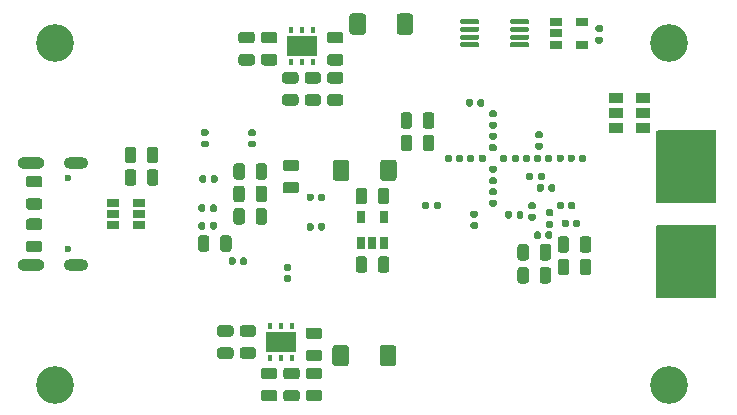
<source format=gbr>
G04 #@! TF.GenerationSoftware,KiCad,Pcbnew,(5.99.0-2267-g4486b0b6d)*
G04 #@! TF.CreationDate,2020-07-12T23:07:07+02:00*
G04 #@! TF.ProjectId,TDR,5444522e-6b69-4636-9164-5f7063625858,A*
G04 #@! TF.SameCoordinates,Original*
G04 #@! TF.FileFunction,Soldermask,Bot*
G04 #@! TF.FilePolarity,Negative*
%FSLAX46Y46*%
G04 Gerber Fmt 4.6, Leading zero omitted, Abs format (unit mm)*
G04 Created by KiCad (PCBNEW (5.99.0-2267-g4486b0b6d)) date 2020-07-12 23:07:07*
%MOMM*%
%LPD*%
G01*
G04 APERTURE LIST*
%ADD10R,0.650000X1.060000*%
%ADD11O,2.100000X1.000000*%
%ADD12C,0.600000*%
%ADD13O,2.300000X1.000000*%
%ADD14R,1.290000X0.890000*%
%ADD15R,1.060000X0.650000*%
%ADD16R,2.600000X1.700000*%
%ADD17R,0.450000X0.630000*%
%ADD18C,3.200000*%
G04 APERTURE END LIST*
D10*
X138805000Y-81785000D03*
X136905000Y-81785000D03*
X136905000Y-83985000D03*
X137855000Y-83985000D03*
X138805000Y-83985000D03*
G36*
G01*
X137405000Y-79528750D02*
X137405000Y-80441250D01*
G75*
G02*
X137161250Y-80685000I-243750J0D01*
G01*
X136673750Y-80685000D01*
G75*
G02*
X136430000Y-80441250I0J243750D01*
G01*
X136430000Y-79528750D01*
G75*
G02*
X136673750Y-79285000I243750J0D01*
G01*
X137161250Y-79285000D01*
G75*
G02*
X137405000Y-79528750I0J-243750D01*
G01*
G37*
G36*
G01*
X139280000Y-79528750D02*
X139280000Y-80441250D01*
G75*
G02*
X139036250Y-80685000I-243750J0D01*
G01*
X138548750Y-80685000D01*
G75*
G02*
X138305000Y-80441250I0J243750D01*
G01*
X138305000Y-79528750D01*
G75*
G02*
X138548750Y-79285000I243750J0D01*
G01*
X139036250Y-79285000D01*
G75*
G02*
X139280000Y-79528750I0J-243750D01*
G01*
G37*
G36*
G01*
X137405000Y-85328750D02*
X137405000Y-86241250D01*
G75*
G02*
X137161250Y-86485000I-243750J0D01*
G01*
X136673750Y-86485000D01*
G75*
G02*
X136430000Y-86241250I0J243750D01*
G01*
X136430000Y-85328750D01*
G75*
G02*
X136673750Y-85085000I243750J0D01*
G01*
X137161250Y-85085000D01*
G75*
G02*
X137405000Y-85328750I0J-243750D01*
G01*
G37*
G36*
G01*
X139280000Y-85328750D02*
X139280000Y-86241250D01*
G75*
G02*
X139036250Y-86485000I-243750J0D01*
G01*
X138548750Y-86485000D01*
G75*
G02*
X138305000Y-86241250I0J243750D01*
G01*
X138305000Y-85328750D01*
G75*
G02*
X138548750Y-85085000I243750J0D01*
G01*
X139036250Y-85085000D01*
G75*
G02*
X139280000Y-85328750I0J-243750D01*
G01*
G37*
G36*
G01*
X146745000Y-72257500D02*
X146745000Y-71912500D01*
G75*
G02*
X146892500Y-71765000I147500J0D01*
G01*
X147187500Y-71765000D01*
G75*
G02*
X147335000Y-71912500I0J-147500D01*
G01*
X147335000Y-72257500D01*
G75*
G02*
X147187500Y-72405000I-147500J0D01*
G01*
X146892500Y-72405000D01*
G75*
G02*
X146745000Y-72257500I0J147500D01*
G01*
G37*
G36*
G01*
X145775000Y-72257500D02*
X145775000Y-71912500D01*
G75*
G02*
X145922500Y-71765000I147500J0D01*
G01*
X146217500Y-71765000D01*
G75*
G02*
X146365000Y-71912500I0J-147500D01*
G01*
X146365000Y-72257500D01*
G75*
G02*
X146217500Y-72405000I-147500J0D01*
G01*
X145922500Y-72405000D01*
G75*
G02*
X145775000Y-72257500I0J147500D01*
G01*
G37*
G36*
X166850000Y-82400001D02*
G01*
X166908779Y-82419099D01*
X166950000Y-82500001D01*
X166949999Y-88500000D01*
X166930901Y-88558779D01*
X166849999Y-88600000D01*
X162000000Y-88599999D01*
X161941221Y-88580901D01*
X161900000Y-88499999D01*
X161900001Y-82500000D01*
X161919099Y-82441221D01*
X162000001Y-82400000D01*
X166850000Y-82400001D01*
G37*
G36*
X166850000Y-74400001D02*
G01*
X166908779Y-74419099D01*
X166950000Y-74500001D01*
X166949999Y-80500000D01*
X166930901Y-80558779D01*
X166849999Y-80600000D01*
X162000000Y-80599999D01*
X161941221Y-80580901D01*
X161900000Y-80499999D01*
X161900001Y-74500000D01*
X161919099Y-74441221D01*
X162000001Y-74400000D01*
X166850000Y-74400001D01*
G37*
G36*
G01*
X157227500Y-66095000D02*
X156882500Y-66095000D01*
G75*
G02*
X156735000Y-65947500I0J147500D01*
G01*
X156735000Y-65652500D01*
G75*
G02*
X156882500Y-65505000I147500J0D01*
G01*
X157227500Y-65505000D01*
G75*
G02*
X157375000Y-65652500I0J-147500D01*
G01*
X157375000Y-65947500D01*
G75*
G02*
X157227500Y-66095000I-147500J0D01*
G01*
G37*
G36*
G01*
X157227500Y-67065000D02*
X156882500Y-67065000D01*
G75*
G02*
X156735000Y-66917500I0J147500D01*
G01*
X156735000Y-66622500D01*
G75*
G02*
X156882500Y-66475000I147500J0D01*
G01*
X157227500Y-66475000D01*
G75*
G02*
X157375000Y-66622500I0J-147500D01*
G01*
X157375000Y-66917500D01*
G75*
G02*
X157227500Y-67065000I-147500J0D01*
G01*
G37*
G36*
G01*
X151182500Y-81475000D02*
X151527500Y-81475000D01*
G75*
G02*
X151675000Y-81622500I0J-147500D01*
G01*
X151675000Y-81917500D01*
G75*
G02*
X151527500Y-82065000I-147500J0D01*
G01*
X151182500Y-82065000D01*
G75*
G02*
X151035000Y-81917500I0J147500D01*
G01*
X151035000Y-81622500D01*
G75*
G02*
X151182500Y-81475000I147500J0D01*
G01*
G37*
G36*
G01*
X151182500Y-80505000D02*
X151527500Y-80505000D01*
G75*
G02*
X151675000Y-80652500I0J-147500D01*
G01*
X151675000Y-80947500D01*
G75*
G02*
X151527500Y-81095000I-147500J0D01*
G01*
X151182500Y-81095000D01*
G75*
G02*
X151035000Y-80947500I0J147500D01*
G01*
X151035000Y-80652500D01*
G75*
G02*
X151182500Y-80505000I147500J0D01*
G01*
G37*
G36*
G01*
X146282500Y-82175000D02*
X146627500Y-82175000D01*
G75*
G02*
X146775000Y-82322500I0J-147500D01*
G01*
X146775000Y-82617500D01*
G75*
G02*
X146627500Y-82765000I-147500J0D01*
G01*
X146282500Y-82765000D01*
G75*
G02*
X146135000Y-82617500I0J147500D01*
G01*
X146135000Y-82322500D01*
G75*
G02*
X146282500Y-82175000I147500J0D01*
G01*
G37*
G36*
G01*
X146282500Y-81205000D02*
X146627500Y-81205000D01*
G75*
G02*
X146775000Y-81352500I0J-147500D01*
G01*
X146775000Y-81647500D01*
G75*
G02*
X146627500Y-81795000I-147500J0D01*
G01*
X146282500Y-81795000D01*
G75*
G02*
X146135000Y-81647500I0J147500D01*
G01*
X146135000Y-81352500D01*
G75*
G02*
X146282500Y-81205000I147500J0D01*
G01*
G37*
G36*
G01*
X153445000Y-76957500D02*
X153445000Y-76612500D01*
G75*
G02*
X153592500Y-76465000I147500J0D01*
G01*
X153887500Y-76465000D01*
G75*
G02*
X154035000Y-76612500I0J-147500D01*
G01*
X154035000Y-76957500D01*
G75*
G02*
X153887500Y-77105000I-147500J0D01*
G01*
X153592500Y-77105000D01*
G75*
G02*
X153445000Y-76957500I0J147500D01*
G01*
G37*
G36*
G01*
X152475000Y-76957500D02*
X152475000Y-76612500D01*
G75*
G02*
X152622500Y-76465000I147500J0D01*
G01*
X152917500Y-76465000D01*
G75*
G02*
X153065000Y-76612500I0J-147500D01*
G01*
X153065000Y-76957500D01*
G75*
G02*
X152917500Y-77105000I-147500J0D01*
G01*
X152622500Y-77105000D01*
G75*
G02*
X152475000Y-76957500I0J147500D01*
G01*
G37*
D11*
X112780000Y-85805000D03*
X112780000Y-77165000D03*
D12*
X112055000Y-78485000D03*
D13*
X108955000Y-77165000D03*
D12*
X112055000Y-84485000D03*
D13*
X108955000Y-85805000D03*
D14*
X158500000Y-72950000D03*
X160750000Y-72950000D03*
X158500000Y-71680000D03*
X158500000Y-74220000D03*
X160750000Y-74220000D03*
X160750000Y-71680000D03*
G36*
G01*
X149500000Y-67275000D02*
X149500000Y-67075000D01*
G75*
G02*
X149600000Y-66975000I100000J0D01*
G01*
X151025000Y-66975000D01*
G75*
G02*
X151125000Y-67075000I0J-100000D01*
G01*
X151125000Y-67275000D01*
G75*
G02*
X151025000Y-67375000I-100000J0D01*
G01*
X149600000Y-67375000D01*
G75*
G02*
X149500000Y-67275000I0J100000D01*
G01*
G37*
G36*
G01*
X149500000Y-66625000D02*
X149500000Y-66425000D01*
G75*
G02*
X149600000Y-66325000I100000J0D01*
G01*
X151025000Y-66325000D01*
G75*
G02*
X151125000Y-66425000I0J-100000D01*
G01*
X151125000Y-66625000D01*
G75*
G02*
X151025000Y-66725000I-100000J0D01*
G01*
X149600000Y-66725000D01*
G75*
G02*
X149500000Y-66625000I0J100000D01*
G01*
G37*
G36*
G01*
X149500000Y-65975000D02*
X149500000Y-65775000D01*
G75*
G02*
X149600000Y-65675000I100000J0D01*
G01*
X151025000Y-65675000D01*
G75*
G02*
X151125000Y-65775000I0J-100000D01*
G01*
X151125000Y-65975000D01*
G75*
G02*
X151025000Y-66075000I-100000J0D01*
G01*
X149600000Y-66075000D01*
G75*
G02*
X149500000Y-65975000I0J100000D01*
G01*
G37*
G36*
G01*
X149500000Y-65325000D02*
X149500000Y-65125000D01*
G75*
G02*
X149600000Y-65025000I100000J0D01*
G01*
X151025000Y-65025000D01*
G75*
G02*
X151125000Y-65125000I0J-100000D01*
G01*
X151125000Y-65325000D01*
G75*
G02*
X151025000Y-65425000I-100000J0D01*
G01*
X149600000Y-65425000D01*
G75*
G02*
X149500000Y-65325000I0J100000D01*
G01*
G37*
G36*
G01*
X145275000Y-65325000D02*
X145275000Y-65125000D01*
G75*
G02*
X145375000Y-65025000I100000J0D01*
G01*
X146800000Y-65025000D01*
G75*
G02*
X146900000Y-65125000I0J-100000D01*
G01*
X146900000Y-65325000D01*
G75*
G02*
X146800000Y-65425000I-100000J0D01*
G01*
X145375000Y-65425000D01*
G75*
G02*
X145275000Y-65325000I0J100000D01*
G01*
G37*
G36*
G01*
X145275000Y-65975000D02*
X145275000Y-65775000D01*
G75*
G02*
X145375000Y-65675000I100000J0D01*
G01*
X146800000Y-65675000D01*
G75*
G02*
X146900000Y-65775000I0J-100000D01*
G01*
X146900000Y-65975000D01*
G75*
G02*
X146800000Y-66075000I-100000J0D01*
G01*
X145375000Y-66075000D01*
G75*
G02*
X145275000Y-65975000I0J100000D01*
G01*
G37*
G36*
G01*
X145275000Y-66625000D02*
X145275000Y-66425000D01*
G75*
G02*
X145375000Y-66325000I100000J0D01*
G01*
X146800000Y-66325000D01*
G75*
G02*
X146900000Y-66425000I0J-100000D01*
G01*
X146900000Y-66625000D01*
G75*
G02*
X146800000Y-66725000I-100000J0D01*
G01*
X145375000Y-66725000D01*
G75*
G02*
X145275000Y-66625000I0J100000D01*
G01*
G37*
G36*
G01*
X145275000Y-67275000D02*
X145275000Y-67075000D01*
G75*
G02*
X145375000Y-66975000I100000J0D01*
G01*
X146800000Y-66975000D01*
G75*
G02*
X146900000Y-67075000I0J-100000D01*
G01*
X146900000Y-67275000D01*
G75*
G02*
X146800000Y-67375000I-100000J0D01*
G01*
X145375000Y-67375000D01*
G75*
G02*
X145275000Y-67275000I0J100000D01*
G01*
G37*
D15*
X155600000Y-67150000D03*
X155600000Y-65250000D03*
X153400000Y-65250000D03*
X153400000Y-66200000D03*
X153400000Y-67150000D03*
G36*
G01*
X138500000Y-78450001D02*
X138500000Y-77149999D01*
G75*
G02*
X138749999Y-76900000I249999J0D01*
G01*
X139650001Y-76900000D01*
G75*
G02*
X139900000Y-77149999I0J-249999D01*
G01*
X139900000Y-78450001D01*
G75*
G02*
X139650001Y-78700000I-249999J0D01*
G01*
X138749999Y-78700000D01*
G75*
G02*
X138500000Y-78450001I0J249999D01*
G01*
G37*
G36*
G01*
X134500000Y-78450001D02*
X134500000Y-77149999D01*
G75*
G02*
X134749999Y-76900000I249999J0D01*
G01*
X135650001Y-76900000D01*
G75*
G02*
X135900000Y-77149999I0J-249999D01*
G01*
X135900000Y-78450001D01*
G75*
G02*
X135650001Y-78700000I-249999J0D01*
G01*
X134749999Y-78700000D01*
G75*
G02*
X134500000Y-78450001I0J249999D01*
G01*
G37*
G36*
G01*
X132865000Y-79912500D02*
X132865000Y-80257500D01*
G75*
G02*
X132717500Y-80405000I-147500J0D01*
G01*
X132422500Y-80405000D01*
G75*
G02*
X132275000Y-80257500I0J147500D01*
G01*
X132275000Y-79912500D01*
G75*
G02*
X132422500Y-79765000I147500J0D01*
G01*
X132717500Y-79765000D01*
G75*
G02*
X132865000Y-79912500I0J-147500D01*
G01*
G37*
G36*
G01*
X133835000Y-79912500D02*
X133835000Y-80257500D01*
G75*
G02*
X133687500Y-80405000I-147500J0D01*
G01*
X133392500Y-80405000D01*
G75*
G02*
X133245000Y-80257500I0J147500D01*
G01*
X133245000Y-79912500D01*
G75*
G02*
X133392500Y-79765000I147500J0D01*
G01*
X133687500Y-79765000D01*
G75*
G02*
X133835000Y-79912500I0J-147500D01*
G01*
G37*
G36*
G01*
X126645000Y-85657500D02*
X126645000Y-85312500D01*
G75*
G02*
X126792500Y-85165000I147500J0D01*
G01*
X127087500Y-85165000D01*
G75*
G02*
X127235000Y-85312500I0J-147500D01*
G01*
X127235000Y-85657500D01*
G75*
G02*
X127087500Y-85805000I-147500J0D01*
G01*
X126792500Y-85805000D01*
G75*
G02*
X126645000Y-85657500I0J147500D01*
G01*
G37*
G36*
G01*
X125675000Y-85657500D02*
X125675000Y-85312500D01*
G75*
G02*
X125822500Y-85165000I147500J0D01*
G01*
X126117500Y-85165000D01*
G75*
G02*
X126265000Y-85312500I0J-147500D01*
G01*
X126265000Y-85657500D01*
G75*
G02*
X126117500Y-85805000I-147500J0D01*
G01*
X125822500Y-85805000D01*
G75*
G02*
X125675000Y-85657500I0J147500D01*
G01*
G37*
G36*
G01*
X127482500Y-75275000D02*
X127827500Y-75275000D01*
G75*
G02*
X127975000Y-75422500I0J-147500D01*
G01*
X127975000Y-75717500D01*
G75*
G02*
X127827500Y-75865000I-147500J0D01*
G01*
X127482500Y-75865000D01*
G75*
G02*
X127335000Y-75717500I0J147500D01*
G01*
X127335000Y-75422500D01*
G75*
G02*
X127482500Y-75275000I147500J0D01*
G01*
G37*
G36*
G01*
X127482500Y-74305000D02*
X127827500Y-74305000D01*
G75*
G02*
X127975000Y-74452500I0J-147500D01*
G01*
X127975000Y-74747500D01*
G75*
G02*
X127827500Y-74895000I-147500J0D01*
G01*
X127482500Y-74895000D01*
G75*
G02*
X127335000Y-74747500I0J147500D01*
G01*
X127335000Y-74452500D01*
G75*
G02*
X127482500Y-74305000I147500J0D01*
G01*
G37*
G36*
G01*
X130827500Y-86295000D02*
X130482500Y-86295000D01*
G75*
G02*
X130335000Y-86147500I0J147500D01*
G01*
X130335000Y-85852500D01*
G75*
G02*
X130482500Y-85705000I147500J0D01*
G01*
X130827500Y-85705000D01*
G75*
G02*
X130975000Y-85852500I0J-147500D01*
G01*
X130975000Y-86147500D01*
G75*
G02*
X130827500Y-86295000I-147500J0D01*
G01*
G37*
G36*
G01*
X130827500Y-87265000D02*
X130482500Y-87265000D01*
G75*
G02*
X130335000Y-87117500I0J147500D01*
G01*
X130335000Y-86822500D01*
G75*
G02*
X130482500Y-86675000I147500J0D01*
G01*
X130827500Y-86675000D01*
G75*
G02*
X130975000Y-86822500I0J-147500D01*
G01*
X130975000Y-87117500D01*
G75*
G02*
X130827500Y-87265000I-147500J0D01*
G01*
G37*
G36*
G01*
X124090000Y-82672500D02*
X124090000Y-82327500D01*
G75*
G02*
X124237500Y-82180000I147500J0D01*
G01*
X124532500Y-82180000D01*
G75*
G02*
X124680000Y-82327500I0J-147500D01*
G01*
X124680000Y-82672500D01*
G75*
G02*
X124532500Y-82820000I-147500J0D01*
G01*
X124237500Y-82820000D01*
G75*
G02*
X124090000Y-82672500I0J147500D01*
G01*
G37*
G36*
G01*
X123120000Y-82672500D02*
X123120000Y-82327500D01*
G75*
G02*
X123267500Y-82180000I147500J0D01*
G01*
X123562500Y-82180000D01*
G75*
G02*
X123710000Y-82327500I0J-147500D01*
G01*
X123710000Y-82672500D01*
G75*
G02*
X123562500Y-82820000I-147500J0D01*
G01*
X123267500Y-82820000D01*
G75*
G02*
X123120000Y-82672500I0J147500D01*
G01*
G37*
G36*
G01*
X123482500Y-75275000D02*
X123827500Y-75275000D01*
G75*
G02*
X123975000Y-75422500I0J-147500D01*
G01*
X123975000Y-75717500D01*
G75*
G02*
X123827500Y-75865000I-147500J0D01*
G01*
X123482500Y-75865000D01*
G75*
G02*
X123335000Y-75717500I0J147500D01*
G01*
X123335000Y-75422500D01*
G75*
G02*
X123482500Y-75275000I147500J0D01*
G01*
G37*
G36*
G01*
X123482500Y-74305000D02*
X123827500Y-74305000D01*
G75*
G02*
X123975000Y-74452500I0J-147500D01*
G01*
X123975000Y-74747500D01*
G75*
G02*
X123827500Y-74895000I-147500J0D01*
G01*
X123482500Y-74895000D01*
G75*
G02*
X123335000Y-74747500I0J147500D01*
G01*
X123335000Y-74452500D01*
G75*
G02*
X123482500Y-74305000I147500J0D01*
G01*
G37*
G36*
G01*
X132865000Y-82412500D02*
X132865000Y-82757500D01*
G75*
G02*
X132717500Y-82905000I-147500J0D01*
G01*
X132422500Y-82905000D01*
G75*
G02*
X132275000Y-82757500I0J147500D01*
G01*
X132275000Y-82412500D01*
G75*
G02*
X132422500Y-82265000I147500J0D01*
G01*
X132717500Y-82265000D01*
G75*
G02*
X132865000Y-82412500I0J-147500D01*
G01*
G37*
G36*
G01*
X133835000Y-82412500D02*
X133835000Y-82757500D01*
G75*
G02*
X133687500Y-82905000I-147500J0D01*
G01*
X133392500Y-82905000D01*
G75*
G02*
X133245000Y-82757500I0J147500D01*
G01*
X133245000Y-82412500D01*
G75*
G02*
X133392500Y-82265000I147500J0D01*
G01*
X133687500Y-82265000D01*
G75*
G02*
X133835000Y-82412500I0J-147500D01*
G01*
G37*
G36*
G01*
X124090000Y-81172500D02*
X124090000Y-80827500D01*
G75*
G02*
X124237500Y-80680000I147500J0D01*
G01*
X124532500Y-80680000D01*
G75*
G02*
X124680000Y-80827500I0J-147500D01*
G01*
X124680000Y-81172500D01*
G75*
G02*
X124532500Y-81320000I-147500J0D01*
G01*
X124237500Y-81320000D01*
G75*
G02*
X124090000Y-81172500I0J147500D01*
G01*
G37*
G36*
G01*
X123120000Y-81172500D02*
X123120000Y-80827500D01*
G75*
G02*
X123267500Y-80680000I147500J0D01*
G01*
X123562500Y-80680000D01*
G75*
G02*
X123710000Y-80827500I0J-147500D01*
G01*
X123710000Y-81172500D01*
G75*
G02*
X123562500Y-81320000I-147500J0D01*
G01*
X123267500Y-81320000D01*
G75*
G02*
X123120000Y-81172500I0J147500D01*
G01*
G37*
G36*
G01*
X124145000Y-78700665D02*
X124145000Y-78355665D01*
G75*
G02*
X124292500Y-78208165I147500J0D01*
G01*
X124587500Y-78208165D01*
G75*
G02*
X124735000Y-78355665I0J-147500D01*
G01*
X124735000Y-78700665D01*
G75*
G02*
X124587500Y-78848165I-147500J0D01*
G01*
X124292500Y-78848165D01*
G75*
G02*
X124145000Y-78700665I0J147500D01*
G01*
G37*
G36*
G01*
X123175000Y-78700665D02*
X123175000Y-78355665D01*
G75*
G02*
X123322500Y-78208165I147500J0D01*
G01*
X123617500Y-78208165D01*
G75*
G02*
X123765000Y-78355665I0J-147500D01*
G01*
X123765000Y-78700665D01*
G75*
G02*
X123617500Y-78848165I-147500J0D01*
G01*
X123322500Y-78848165D01*
G75*
G02*
X123175000Y-78700665I0J147500D01*
G01*
G37*
G36*
G01*
X130483274Y-78775610D02*
X131395774Y-78775610D01*
G75*
G02*
X131639524Y-79019360I0J-243750D01*
G01*
X131639524Y-79506860D01*
G75*
G02*
X131395774Y-79750610I-243750J0D01*
G01*
X130483274Y-79750610D01*
G75*
G02*
X130239524Y-79506860I0J243750D01*
G01*
X130239524Y-79019360D01*
G75*
G02*
X130483274Y-78775610I243750J0D01*
G01*
G37*
G36*
G01*
X130483274Y-76900610D02*
X131395774Y-76900610D01*
G75*
G02*
X131639524Y-77144360I0J-243750D01*
G01*
X131639524Y-77631860D01*
G75*
G02*
X131395774Y-77875610I-243750J0D01*
G01*
X130483274Y-77875610D01*
G75*
G02*
X130239524Y-77631860I0J243750D01*
G01*
X130239524Y-77144360D01*
G75*
G02*
X130483274Y-76900610I243750J0D01*
G01*
G37*
G36*
G01*
X127950000Y-78356250D02*
X127950000Y-77443750D01*
G75*
G02*
X128193750Y-77200000I243750J0D01*
G01*
X128681250Y-77200000D01*
G75*
G02*
X128925000Y-77443750I0J-243750D01*
G01*
X128925000Y-78356250D01*
G75*
G02*
X128681250Y-78600000I-243750J0D01*
G01*
X128193750Y-78600000D01*
G75*
G02*
X127950000Y-78356250I0J243750D01*
G01*
G37*
G36*
G01*
X126075000Y-78356250D02*
X126075000Y-77443750D01*
G75*
G02*
X126318750Y-77200000I243750J0D01*
G01*
X126806250Y-77200000D01*
G75*
G02*
X127050000Y-77443750I0J-243750D01*
G01*
X127050000Y-78356250D01*
G75*
G02*
X126806250Y-78600000I-243750J0D01*
G01*
X126318750Y-78600000D01*
G75*
G02*
X126075000Y-78356250I0J243750D01*
G01*
G37*
G36*
G01*
X127950000Y-82156250D02*
X127950000Y-81243750D01*
G75*
G02*
X128193750Y-81000000I243750J0D01*
G01*
X128681250Y-81000000D01*
G75*
G02*
X128925000Y-81243750I0J-243750D01*
G01*
X128925000Y-82156250D01*
G75*
G02*
X128681250Y-82400000I-243750J0D01*
G01*
X128193750Y-82400000D01*
G75*
G02*
X127950000Y-82156250I0J243750D01*
G01*
G37*
G36*
G01*
X126075000Y-82156250D02*
X126075000Y-81243750D01*
G75*
G02*
X126318750Y-81000000I243750J0D01*
G01*
X126806250Y-81000000D01*
G75*
G02*
X127050000Y-81243750I0J-243750D01*
G01*
X127050000Y-82156250D01*
G75*
G02*
X126806250Y-82400000I-243750J0D01*
G01*
X126318750Y-82400000D01*
G75*
G02*
X126075000Y-82156250I0J243750D01*
G01*
G37*
G36*
G01*
X124050000Y-83543750D02*
X124050000Y-84456250D01*
G75*
G02*
X123806250Y-84700000I-243750J0D01*
G01*
X123318750Y-84700000D01*
G75*
G02*
X123075000Y-84456250I0J243750D01*
G01*
X123075000Y-83543750D01*
G75*
G02*
X123318750Y-83300000I243750J0D01*
G01*
X123806250Y-83300000D01*
G75*
G02*
X124050000Y-83543750I0J-243750D01*
G01*
G37*
G36*
G01*
X125925000Y-83543750D02*
X125925000Y-84456250D01*
G75*
G02*
X125681250Y-84700000I-243750J0D01*
G01*
X125193750Y-84700000D01*
G75*
G02*
X124950000Y-84456250I0J243750D01*
G01*
X124950000Y-83543750D01*
G75*
G02*
X125193750Y-83300000I243750J0D01*
G01*
X125681250Y-83300000D01*
G75*
G02*
X125925000Y-83543750I0J-243750D01*
G01*
G37*
G36*
G01*
X127050000Y-79343750D02*
X127050000Y-80256250D01*
G75*
G02*
X126806250Y-80500000I-243750J0D01*
G01*
X126318750Y-80500000D01*
G75*
G02*
X126075000Y-80256250I0J243750D01*
G01*
X126075000Y-79343750D01*
G75*
G02*
X126318750Y-79100000I243750J0D01*
G01*
X126806250Y-79100000D01*
G75*
G02*
X127050000Y-79343750I0J-243750D01*
G01*
G37*
G36*
G01*
X128925000Y-79343750D02*
X128925000Y-80256250D01*
G75*
G02*
X128681250Y-80500000I-243750J0D01*
G01*
X128193750Y-80500000D01*
G75*
G02*
X127950000Y-80256250I0J243750D01*
G01*
X127950000Y-79343750D01*
G75*
G02*
X128193750Y-79100000I243750J0D01*
G01*
X128681250Y-79100000D01*
G75*
G02*
X128925000Y-79343750I0J-243750D01*
G01*
G37*
G36*
G01*
X118750000Y-78856250D02*
X118750000Y-77943750D01*
G75*
G02*
X118993750Y-77700000I243750J0D01*
G01*
X119481250Y-77700000D01*
G75*
G02*
X119725000Y-77943750I0J-243750D01*
G01*
X119725000Y-78856250D01*
G75*
G02*
X119481250Y-79100000I-243750J0D01*
G01*
X118993750Y-79100000D01*
G75*
G02*
X118750000Y-78856250I0J243750D01*
G01*
G37*
G36*
G01*
X116875000Y-78856250D02*
X116875000Y-77943750D01*
G75*
G02*
X117118750Y-77700000I243750J0D01*
G01*
X117606250Y-77700000D01*
G75*
G02*
X117850000Y-77943750I0J-243750D01*
G01*
X117850000Y-78856250D01*
G75*
G02*
X117606250Y-79100000I-243750J0D01*
G01*
X117118750Y-79100000D01*
G75*
G02*
X116875000Y-78856250I0J243750D01*
G01*
G37*
G36*
G01*
X118750000Y-76956250D02*
X118750000Y-76043750D01*
G75*
G02*
X118993750Y-75800000I243750J0D01*
G01*
X119481250Y-75800000D01*
G75*
G02*
X119725000Y-76043750I0J-243750D01*
G01*
X119725000Y-76956250D01*
G75*
G02*
X119481250Y-77200000I-243750J0D01*
G01*
X118993750Y-77200000D01*
G75*
G02*
X118750000Y-76956250I0J243750D01*
G01*
G37*
G36*
G01*
X116875000Y-76956250D02*
X116875000Y-76043750D01*
G75*
G02*
X117118750Y-75800000I243750J0D01*
G01*
X117606250Y-75800000D01*
G75*
G02*
X117850000Y-76043750I0J-243750D01*
G01*
X117850000Y-76956250D01*
G75*
G02*
X117606250Y-77200000I-243750J0D01*
G01*
X117118750Y-77200000D01*
G75*
G02*
X116875000Y-76956250I0J243750D01*
G01*
G37*
G36*
G01*
X152682500Y-82075000D02*
X153027500Y-82075000D01*
G75*
G02*
X153175000Y-82222500I0J-147500D01*
G01*
X153175000Y-82517500D01*
G75*
G02*
X153027500Y-82665000I-147500J0D01*
G01*
X152682500Y-82665000D01*
G75*
G02*
X152535000Y-82517500I0J147500D01*
G01*
X152535000Y-82222500D01*
G75*
G02*
X152682500Y-82075000I147500J0D01*
G01*
G37*
G36*
G01*
X152682500Y-81105000D02*
X153027500Y-81105000D01*
G75*
G02*
X153175000Y-81252500I0J-147500D01*
G01*
X153175000Y-81547500D01*
G75*
G02*
X153027500Y-81695000I-147500J0D01*
G01*
X152682500Y-81695000D01*
G75*
G02*
X152535000Y-81547500I0J147500D01*
G01*
X152535000Y-81252500D01*
G75*
G02*
X152682500Y-81105000I147500J0D01*
G01*
G37*
D16*
X130100000Y-92337500D03*
D17*
X129150000Y-93677500D03*
X130100000Y-93677500D03*
X131050000Y-93677500D03*
X131050000Y-90997500D03*
X130100000Y-90997500D03*
X129150000Y-90997500D03*
D16*
X131900000Y-67300000D03*
D17*
X130950000Y-68640000D03*
X131900000Y-68640000D03*
X132850000Y-68640000D03*
X132850000Y-65960000D03*
X131900000Y-65960000D03*
X130950000Y-65960000D03*
G36*
G01*
X132443750Y-96387500D02*
X133356250Y-96387500D01*
G75*
G02*
X133600000Y-96631250I0J-243750D01*
G01*
X133600000Y-97118750D01*
G75*
G02*
X133356250Y-97362500I-243750J0D01*
G01*
X132443750Y-97362500D01*
G75*
G02*
X132200000Y-97118750I0J243750D01*
G01*
X132200000Y-96631250D01*
G75*
G02*
X132443750Y-96387500I243750J0D01*
G01*
G37*
G36*
G01*
X132443750Y-94512500D02*
X133356250Y-94512500D01*
G75*
G02*
X133600000Y-94756250I0J-243750D01*
G01*
X133600000Y-95243750D01*
G75*
G02*
X133356250Y-95487500I-243750J0D01*
G01*
X132443750Y-95487500D01*
G75*
G02*
X132200000Y-95243750I0J243750D01*
G01*
X132200000Y-94756250D01*
G75*
G02*
X132443750Y-94512500I243750J0D01*
G01*
G37*
G36*
G01*
X131456250Y-95487500D02*
X130543750Y-95487500D01*
G75*
G02*
X130300000Y-95243750I0J243750D01*
G01*
X130300000Y-94756250D01*
G75*
G02*
X130543750Y-94512500I243750J0D01*
G01*
X131456250Y-94512500D01*
G75*
G02*
X131700000Y-94756250I0J-243750D01*
G01*
X131700000Y-95243750D01*
G75*
G02*
X131456250Y-95487500I-243750J0D01*
G01*
G37*
G36*
G01*
X131456250Y-97362500D02*
X130543750Y-97362500D01*
G75*
G02*
X130300000Y-97118750I0J243750D01*
G01*
X130300000Y-96631250D01*
G75*
G02*
X130543750Y-96387500I243750J0D01*
G01*
X131456250Y-96387500D01*
G75*
G02*
X131700000Y-96631250I0J-243750D01*
G01*
X131700000Y-97118750D01*
G75*
G02*
X131456250Y-97362500I-243750J0D01*
G01*
G37*
G36*
G01*
X134243750Y-71350000D02*
X135156250Y-71350000D01*
G75*
G02*
X135400000Y-71593750I0J-243750D01*
G01*
X135400000Y-72081250D01*
G75*
G02*
X135156250Y-72325000I-243750J0D01*
G01*
X134243750Y-72325000D01*
G75*
G02*
X134000000Y-72081250I0J243750D01*
G01*
X134000000Y-71593750D01*
G75*
G02*
X134243750Y-71350000I243750J0D01*
G01*
G37*
G36*
G01*
X134243750Y-69475000D02*
X135156250Y-69475000D01*
G75*
G02*
X135400000Y-69718750I0J-243750D01*
G01*
X135400000Y-70206250D01*
G75*
G02*
X135156250Y-70450000I-243750J0D01*
G01*
X134243750Y-70450000D01*
G75*
G02*
X134000000Y-70206250I0J243750D01*
G01*
X134000000Y-69718750D01*
G75*
G02*
X134243750Y-69475000I243750J0D01*
G01*
G37*
G36*
G01*
X133256250Y-70450000D02*
X132343750Y-70450000D01*
G75*
G02*
X132100000Y-70206250I0J243750D01*
G01*
X132100000Y-69718750D01*
G75*
G02*
X132343750Y-69475000I243750J0D01*
G01*
X133256250Y-69475000D01*
G75*
G02*
X133500000Y-69718750I0J-243750D01*
G01*
X133500000Y-70206250D01*
G75*
G02*
X133256250Y-70450000I-243750J0D01*
G01*
G37*
G36*
G01*
X133256250Y-72325000D02*
X132343750Y-72325000D01*
G75*
G02*
X132100000Y-72081250I0J243750D01*
G01*
X132100000Y-71593750D01*
G75*
G02*
X132343750Y-71350000I243750J0D01*
G01*
X133256250Y-71350000D01*
G75*
G02*
X133500000Y-71593750I0J-243750D01*
G01*
X133500000Y-72081250D01*
G75*
G02*
X133256250Y-72325000I-243750J0D01*
G01*
G37*
G36*
G01*
X124943750Y-92787500D02*
X125856250Y-92787500D01*
G75*
G02*
X126100000Y-93031250I0J-243750D01*
G01*
X126100000Y-93518750D01*
G75*
G02*
X125856250Y-93762500I-243750J0D01*
G01*
X124943750Y-93762500D01*
G75*
G02*
X124700000Y-93518750I0J243750D01*
G01*
X124700000Y-93031250D01*
G75*
G02*
X124943750Y-92787500I243750J0D01*
G01*
G37*
G36*
G01*
X124943750Y-90912500D02*
X125856250Y-90912500D01*
G75*
G02*
X126100000Y-91156250I0J-243750D01*
G01*
X126100000Y-91643750D01*
G75*
G02*
X125856250Y-91887500I-243750J0D01*
G01*
X124943750Y-91887500D01*
G75*
G02*
X124700000Y-91643750I0J243750D01*
G01*
X124700000Y-91156250D01*
G75*
G02*
X124943750Y-90912500I243750J0D01*
G01*
G37*
G36*
G01*
X126743750Y-67950000D02*
X127656250Y-67950000D01*
G75*
G02*
X127900000Y-68193750I0J-243750D01*
G01*
X127900000Y-68681250D01*
G75*
G02*
X127656250Y-68925000I-243750J0D01*
G01*
X126743750Y-68925000D01*
G75*
G02*
X126500000Y-68681250I0J243750D01*
G01*
X126500000Y-68193750D01*
G75*
G02*
X126743750Y-67950000I243750J0D01*
G01*
G37*
G36*
G01*
X126743750Y-66075000D02*
X127656250Y-66075000D01*
G75*
G02*
X127900000Y-66318750I0J-243750D01*
G01*
X127900000Y-66806250D01*
G75*
G02*
X127656250Y-67050000I-243750J0D01*
G01*
X126743750Y-67050000D01*
G75*
G02*
X126500000Y-66806250I0J243750D01*
G01*
X126500000Y-66318750D01*
G75*
G02*
X126743750Y-66075000I243750J0D01*
G01*
G37*
G36*
G01*
X127756250Y-91887500D02*
X126843750Y-91887500D01*
G75*
G02*
X126600000Y-91643750I0J243750D01*
G01*
X126600000Y-91156250D01*
G75*
G02*
X126843750Y-90912500I243750J0D01*
G01*
X127756250Y-90912500D01*
G75*
G02*
X128000000Y-91156250I0J-243750D01*
G01*
X128000000Y-91643750D01*
G75*
G02*
X127756250Y-91887500I-243750J0D01*
G01*
G37*
G36*
G01*
X127756250Y-93762500D02*
X126843750Y-93762500D01*
G75*
G02*
X126600000Y-93518750I0J243750D01*
G01*
X126600000Y-93031250D01*
G75*
G02*
X126843750Y-92787500I243750J0D01*
G01*
X127756250Y-92787500D01*
G75*
G02*
X128000000Y-93031250I0J-243750D01*
G01*
X128000000Y-93518750D01*
G75*
G02*
X127756250Y-93762500I-243750J0D01*
G01*
G37*
G36*
G01*
X129556250Y-67050000D02*
X128643750Y-67050000D01*
G75*
G02*
X128400000Y-66806250I0J243750D01*
G01*
X128400000Y-66318750D01*
G75*
G02*
X128643750Y-66075000I243750J0D01*
G01*
X129556250Y-66075000D01*
G75*
G02*
X129800000Y-66318750I0J-243750D01*
G01*
X129800000Y-66806250D01*
G75*
G02*
X129556250Y-67050000I-243750J0D01*
G01*
G37*
G36*
G01*
X129556250Y-68925000D02*
X128643750Y-68925000D01*
G75*
G02*
X128400000Y-68681250I0J243750D01*
G01*
X128400000Y-68193750D01*
G75*
G02*
X128643750Y-67950000I243750J0D01*
G01*
X129556250Y-67950000D01*
G75*
G02*
X129800000Y-68193750I0J-243750D01*
G01*
X129800000Y-68681250D01*
G75*
G02*
X129556250Y-68925000I-243750J0D01*
G01*
G37*
G36*
G01*
X138455000Y-94135001D02*
X138455000Y-92834999D01*
G75*
G02*
X138704999Y-92585000I249999J0D01*
G01*
X139605001Y-92585000D01*
G75*
G02*
X139855000Y-92834999I0J-249999D01*
G01*
X139855000Y-94135001D01*
G75*
G02*
X139605001Y-94385000I-249999J0D01*
G01*
X138704999Y-94385000D01*
G75*
G02*
X138455000Y-94135001I0J249999D01*
G01*
G37*
G36*
G01*
X134455000Y-94135001D02*
X134455000Y-92834999D01*
G75*
G02*
X134704999Y-92585000I249999J0D01*
G01*
X135605001Y-92585000D01*
G75*
G02*
X135855000Y-92834999I0J-249999D01*
G01*
X135855000Y-94135001D01*
G75*
G02*
X135605001Y-94385000I-249999J0D01*
G01*
X134704999Y-94385000D01*
G75*
G02*
X134455000Y-94135001I0J249999D01*
G01*
G37*
G36*
G01*
X139900000Y-66069959D02*
X139900000Y-64769957D01*
G75*
G02*
X140149999Y-64519958I249999J0D01*
G01*
X141050001Y-64519958D01*
G75*
G02*
X141300000Y-64769957I0J-249999D01*
G01*
X141300000Y-66069959D01*
G75*
G02*
X141050001Y-66319958I-249999J0D01*
G01*
X140149999Y-66319958D01*
G75*
G02*
X139900000Y-66069959I0J249999D01*
G01*
G37*
G36*
G01*
X135900000Y-66069959D02*
X135900000Y-64769957D01*
G75*
G02*
X136149999Y-64519958I249999J0D01*
G01*
X137050001Y-64519958D01*
G75*
G02*
X137300000Y-64769957I0J-249999D01*
G01*
X137300000Y-66069959D01*
G75*
G02*
X137050001Y-66319958I-249999J0D01*
G01*
X136149999Y-66319958D01*
G75*
G02*
X135900000Y-66069959I0J249999D01*
G01*
G37*
G36*
G01*
X147882500Y-80275000D02*
X148227500Y-80275000D01*
G75*
G02*
X148375000Y-80422500I0J-147500D01*
G01*
X148375000Y-80717500D01*
G75*
G02*
X148227500Y-80865000I-147500J0D01*
G01*
X147882500Y-80865000D01*
G75*
G02*
X147735000Y-80717500I0J147500D01*
G01*
X147735000Y-80422500D01*
G75*
G02*
X147882500Y-80275000I147500J0D01*
G01*
G37*
G36*
G01*
X147882500Y-79305000D02*
X148227500Y-79305000D01*
G75*
G02*
X148375000Y-79452500I0J-147500D01*
G01*
X148375000Y-79747500D01*
G75*
G02*
X148227500Y-79895000I-147500J0D01*
G01*
X147882500Y-79895000D01*
G75*
G02*
X147735000Y-79747500I0J147500D01*
G01*
X147735000Y-79452500D01*
G75*
G02*
X147882500Y-79305000I147500J0D01*
G01*
G37*
G36*
G01*
X149669632Y-81401127D02*
X149669632Y-81746127D01*
G75*
G02*
X149522132Y-81893627I-147500J0D01*
G01*
X149227132Y-81893627D01*
G75*
G02*
X149079632Y-81746127I0J147500D01*
G01*
X149079632Y-81401127D01*
G75*
G02*
X149227132Y-81253627I147500J0D01*
G01*
X149522132Y-81253627D01*
G75*
G02*
X149669632Y-81401127I0J-147500D01*
G01*
G37*
G36*
G01*
X150639632Y-81401127D02*
X150639632Y-81746127D01*
G75*
G02*
X150492132Y-81893627I-147500J0D01*
G01*
X150197132Y-81893627D01*
G75*
G02*
X150049632Y-81746127I0J147500D01*
G01*
X150049632Y-81401127D01*
G75*
G02*
X150197132Y-81253627I147500J0D01*
G01*
X150492132Y-81253627D01*
G75*
G02*
X150639632Y-81401127I0J-147500D01*
G01*
G37*
G36*
G01*
X146845000Y-76957500D02*
X146845000Y-76612500D01*
G75*
G02*
X146992500Y-76465000I147500J0D01*
G01*
X147287500Y-76465000D01*
G75*
G02*
X147435000Y-76612500I0J-147500D01*
G01*
X147435000Y-76957500D01*
G75*
G02*
X147287500Y-77105000I-147500J0D01*
G01*
X146992500Y-77105000D01*
G75*
G02*
X146845000Y-76957500I0J147500D01*
G01*
G37*
G36*
G01*
X145875000Y-76957500D02*
X145875000Y-76612500D01*
G75*
G02*
X146022500Y-76465000I147500J0D01*
G01*
X146317500Y-76465000D01*
G75*
G02*
X146465000Y-76612500I0J-147500D01*
G01*
X146465000Y-76957500D01*
G75*
G02*
X146317500Y-77105000I-147500J0D01*
G01*
X146022500Y-77105000D01*
G75*
G02*
X145875000Y-76957500I0J147500D01*
G01*
G37*
G36*
G01*
X142665000Y-80612500D02*
X142665000Y-80957500D01*
G75*
G02*
X142517500Y-81105000I-147500J0D01*
G01*
X142222500Y-81105000D01*
G75*
G02*
X142075000Y-80957500I0J147500D01*
G01*
X142075000Y-80612500D01*
G75*
G02*
X142222500Y-80465000I147500J0D01*
G01*
X142517500Y-80465000D01*
G75*
G02*
X142665000Y-80612500I0J-147500D01*
G01*
G37*
G36*
G01*
X143635000Y-80612500D02*
X143635000Y-80957500D01*
G75*
G02*
X143487500Y-81105000I-147500J0D01*
G01*
X143192500Y-81105000D01*
G75*
G02*
X143045000Y-80957500I0J147500D01*
G01*
X143045000Y-80612500D01*
G75*
G02*
X143192500Y-80465000I147500J0D01*
G01*
X143487500Y-80465000D01*
G75*
G02*
X143635000Y-80612500I0J-147500D01*
G01*
G37*
G36*
G01*
X148227500Y-73295000D02*
X147882500Y-73295000D01*
G75*
G02*
X147735000Y-73147500I0J147500D01*
G01*
X147735000Y-72852500D01*
G75*
G02*
X147882500Y-72705000I147500J0D01*
G01*
X148227500Y-72705000D01*
G75*
G02*
X148375000Y-72852500I0J-147500D01*
G01*
X148375000Y-73147500D01*
G75*
G02*
X148227500Y-73295000I-147500J0D01*
G01*
G37*
G36*
G01*
X148227500Y-74265000D02*
X147882500Y-74265000D01*
G75*
G02*
X147735000Y-74117500I0J147500D01*
G01*
X147735000Y-73822500D01*
G75*
G02*
X147882500Y-73675000I147500J0D01*
G01*
X148227500Y-73675000D01*
G75*
G02*
X148375000Y-73822500I0J-147500D01*
G01*
X148375000Y-74117500D01*
G75*
G02*
X148227500Y-74265000I-147500J0D01*
G01*
G37*
G36*
G01*
X155345000Y-76957500D02*
X155345000Y-76612500D01*
G75*
G02*
X155492500Y-76465000I147500J0D01*
G01*
X155787500Y-76465000D01*
G75*
G02*
X155935000Y-76612500I0J-147500D01*
G01*
X155935000Y-76957500D01*
G75*
G02*
X155787500Y-77105000I-147500J0D01*
G01*
X155492500Y-77105000D01*
G75*
G02*
X155345000Y-76957500I0J147500D01*
G01*
G37*
G36*
G01*
X154375000Y-76957500D02*
X154375000Y-76612500D01*
G75*
G02*
X154522500Y-76465000I147500J0D01*
G01*
X154817500Y-76465000D01*
G75*
G02*
X154965000Y-76612500I0J-147500D01*
G01*
X154965000Y-76957500D01*
G75*
G02*
X154817500Y-77105000I-147500J0D01*
G01*
X154522500Y-77105000D01*
G75*
G02*
X154375000Y-76957500I0J147500D01*
G01*
G37*
G36*
G01*
X151545000Y-76957500D02*
X151545000Y-76612500D01*
G75*
G02*
X151692500Y-76465000I147500J0D01*
G01*
X151987500Y-76465000D01*
G75*
G02*
X152135000Y-76612500I0J-147500D01*
G01*
X152135000Y-76957500D01*
G75*
G02*
X151987500Y-77105000I-147500J0D01*
G01*
X151692500Y-77105000D01*
G75*
G02*
X151545000Y-76957500I0J147500D01*
G01*
G37*
G36*
G01*
X150575000Y-76957500D02*
X150575000Y-76612500D01*
G75*
G02*
X150722500Y-76465000I147500J0D01*
G01*
X151017500Y-76465000D01*
G75*
G02*
X151165000Y-76612500I0J-147500D01*
G01*
X151165000Y-76957500D01*
G75*
G02*
X151017500Y-77105000I-147500J0D01*
G01*
X150722500Y-77105000D01*
G75*
G02*
X150575000Y-76957500I0J147500D01*
G01*
G37*
G36*
G01*
X141205000Y-73128750D02*
X141205000Y-74041250D01*
G75*
G02*
X140961250Y-74285000I-243750J0D01*
G01*
X140473750Y-74285000D01*
G75*
G02*
X140230000Y-74041250I0J243750D01*
G01*
X140230000Y-73128750D01*
G75*
G02*
X140473750Y-72885000I243750J0D01*
G01*
X140961250Y-72885000D01*
G75*
G02*
X141205000Y-73128750I0J-243750D01*
G01*
G37*
G36*
G01*
X143080000Y-73128750D02*
X143080000Y-74041250D01*
G75*
G02*
X142836250Y-74285000I-243750J0D01*
G01*
X142348750Y-74285000D01*
G75*
G02*
X142105000Y-74041250I0J243750D01*
G01*
X142105000Y-73128750D01*
G75*
G02*
X142348750Y-72885000I243750J0D01*
G01*
X142836250Y-72885000D01*
G75*
G02*
X143080000Y-73128750I0J-243750D01*
G01*
G37*
G36*
G01*
X149265000Y-76612500D02*
X149265000Y-76957500D01*
G75*
G02*
X149117500Y-77105000I-147500J0D01*
G01*
X148822500Y-77105000D01*
G75*
G02*
X148675000Y-76957500I0J147500D01*
G01*
X148675000Y-76612500D01*
G75*
G02*
X148822500Y-76465000I147500J0D01*
G01*
X149117500Y-76465000D01*
G75*
G02*
X149265000Y-76612500I0J-147500D01*
G01*
G37*
G36*
G01*
X150235000Y-76612500D02*
X150235000Y-76957500D01*
G75*
G02*
X150087500Y-77105000I-147500J0D01*
G01*
X149792500Y-77105000D01*
G75*
G02*
X149645000Y-76957500I0J147500D01*
G01*
X149645000Y-76612500D01*
G75*
G02*
X149792500Y-76465000I147500J0D01*
G01*
X150087500Y-76465000D01*
G75*
G02*
X150235000Y-76612500I0J-147500D01*
G01*
G37*
G36*
G01*
X141205000Y-75028750D02*
X141205000Y-75941250D01*
G75*
G02*
X140961250Y-76185000I-243750J0D01*
G01*
X140473750Y-76185000D01*
G75*
G02*
X140230000Y-75941250I0J243750D01*
G01*
X140230000Y-75028750D01*
G75*
G02*
X140473750Y-74785000I243750J0D01*
G01*
X140961250Y-74785000D01*
G75*
G02*
X141205000Y-75028750I0J-243750D01*
G01*
G37*
G36*
G01*
X143080000Y-75028750D02*
X143080000Y-75941250D01*
G75*
G02*
X142836250Y-76185000I-243750J0D01*
G01*
X142348750Y-76185000D01*
G75*
G02*
X142105000Y-75941250I0J243750D01*
G01*
X142105000Y-75028750D01*
G75*
G02*
X142348750Y-74785000I243750J0D01*
G01*
X142836250Y-74785000D01*
G75*
G02*
X143080000Y-75028750I0J-243750D01*
G01*
G37*
G36*
G01*
X144565000Y-76612500D02*
X144565000Y-76957500D01*
G75*
G02*
X144417500Y-77105000I-147500J0D01*
G01*
X144122500Y-77105000D01*
G75*
G02*
X143975000Y-76957500I0J147500D01*
G01*
X143975000Y-76612500D01*
G75*
G02*
X144122500Y-76465000I147500J0D01*
G01*
X144417500Y-76465000D01*
G75*
G02*
X144565000Y-76612500I0J-147500D01*
G01*
G37*
G36*
G01*
X145535000Y-76612500D02*
X145535000Y-76957500D01*
G75*
G02*
X145387500Y-77105000I-147500J0D01*
G01*
X145092500Y-77105000D01*
G75*
G02*
X144945000Y-76957500I0J147500D01*
G01*
X144945000Y-76612500D01*
G75*
G02*
X145092500Y-76465000I147500J0D01*
G01*
X145387500Y-76465000D01*
G75*
G02*
X145535000Y-76612500I0J-147500D01*
G01*
G37*
G36*
G01*
X151845000Y-78507500D02*
X151845000Y-78162500D01*
G75*
G02*
X151992500Y-78015000I147500J0D01*
G01*
X152287500Y-78015000D01*
G75*
G02*
X152435000Y-78162500I0J-147500D01*
G01*
X152435000Y-78507500D01*
G75*
G02*
X152287500Y-78655000I-147500J0D01*
G01*
X151992500Y-78655000D01*
G75*
G02*
X151845000Y-78507500I0J147500D01*
G01*
G37*
G36*
G01*
X150875000Y-78507500D02*
X150875000Y-78162500D01*
G75*
G02*
X151022500Y-78015000I147500J0D01*
G01*
X151317500Y-78015000D01*
G75*
G02*
X151465000Y-78162500I0J-147500D01*
G01*
X151465000Y-78507500D01*
G75*
G02*
X151317500Y-78655000I-147500J0D01*
G01*
X151022500Y-78655000D01*
G75*
G02*
X150875000Y-78507500I0J147500D01*
G01*
G37*
G36*
G01*
X151782500Y-75460000D02*
X152127500Y-75460000D01*
G75*
G02*
X152275000Y-75607500I0J-147500D01*
G01*
X152275000Y-75902500D01*
G75*
G02*
X152127500Y-76050000I-147500J0D01*
G01*
X151782500Y-76050000D01*
G75*
G02*
X151635000Y-75902500I0J147500D01*
G01*
X151635000Y-75607500D01*
G75*
G02*
X151782500Y-75460000I147500J0D01*
G01*
G37*
G36*
G01*
X151782500Y-74490000D02*
X152127500Y-74490000D01*
G75*
G02*
X152275000Y-74637500I0J-147500D01*
G01*
X152275000Y-74932500D01*
G75*
G02*
X152127500Y-75080000I-147500J0D01*
G01*
X151782500Y-75080000D01*
G75*
G02*
X151635000Y-74932500I0J147500D01*
G01*
X151635000Y-74637500D01*
G75*
G02*
X151782500Y-74490000I147500J0D01*
G01*
G37*
G36*
G01*
X148227500Y-77995000D02*
X147882500Y-77995000D01*
G75*
G02*
X147735000Y-77847500I0J147500D01*
G01*
X147735000Y-77552500D01*
G75*
G02*
X147882500Y-77405000I147500J0D01*
G01*
X148227500Y-77405000D01*
G75*
G02*
X148375000Y-77552500I0J-147500D01*
G01*
X148375000Y-77847500D01*
G75*
G02*
X148227500Y-77995000I-147500J0D01*
G01*
G37*
G36*
G01*
X148227500Y-78965000D02*
X147882500Y-78965000D01*
G75*
G02*
X147735000Y-78817500I0J147500D01*
G01*
X147735000Y-78522500D01*
G75*
G02*
X147882500Y-78375000I147500J0D01*
G01*
X148227500Y-78375000D01*
G75*
G02*
X148375000Y-78522500I0J-147500D01*
G01*
X148375000Y-78817500D01*
G75*
G02*
X148227500Y-78965000I-147500J0D01*
G01*
G37*
G36*
G01*
X147882500Y-75575000D02*
X148227500Y-75575000D01*
G75*
G02*
X148375000Y-75722500I0J-147500D01*
G01*
X148375000Y-76017500D01*
G75*
G02*
X148227500Y-76165000I-147500J0D01*
G01*
X147882500Y-76165000D01*
G75*
G02*
X147735000Y-76017500I0J147500D01*
G01*
X147735000Y-75722500D01*
G75*
G02*
X147882500Y-75575000I147500J0D01*
G01*
G37*
G36*
G01*
X147882500Y-74605000D02*
X148227500Y-74605000D01*
G75*
G02*
X148375000Y-74752500I0J-147500D01*
G01*
X148375000Y-75047500D01*
G75*
G02*
X148227500Y-75195000I-147500J0D01*
G01*
X147882500Y-75195000D01*
G75*
G02*
X147735000Y-75047500I0J147500D01*
G01*
X147735000Y-74752500D01*
G75*
G02*
X147882500Y-74605000I147500J0D01*
G01*
G37*
G36*
G01*
X152745000Y-79457500D02*
X152745000Y-79112500D01*
G75*
G02*
X152892500Y-78965000I147500J0D01*
G01*
X153187500Y-78965000D01*
G75*
G02*
X153335000Y-79112500I0J-147500D01*
G01*
X153335000Y-79457500D01*
G75*
G02*
X153187500Y-79605000I-147500J0D01*
G01*
X152892500Y-79605000D01*
G75*
G02*
X152745000Y-79457500I0J147500D01*
G01*
G37*
G36*
G01*
X151775000Y-79457500D02*
X151775000Y-79112500D01*
G75*
G02*
X151922500Y-78965000I147500J0D01*
G01*
X152217500Y-78965000D01*
G75*
G02*
X152365000Y-79112500I0J-147500D01*
G01*
X152365000Y-79457500D01*
G75*
G02*
X152217500Y-79605000I-147500J0D01*
G01*
X151922500Y-79605000D01*
G75*
G02*
X151775000Y-79457500I0J147500D01*
G01*
G37*
G36*
G01*
X154445000Y-80957500D02*
X154445000Y-80612500D01*
G75*
G02*
X154592500Y-80465000I147500J0D01*
G01*
X154887500Y-80465000D01*
G75*
G02*
X155035000Y-80612500I0J-147500D01*
G01*
X155035000Y-80957500D01*
G75*
G02*
X154887500Y-81105000I-147500J0D01*
G01*
X154592500Y-81105000D01*
G75*
G02*
X154445000Y-80957500I0J147500D01*
G01*
G37*
G36*
G01*
X153475000Y-80957500D02*
X153475000Y-80612500D01*
G75*
G02*
X153622500Y-80465000I147500J0D01*
G01*
X153917500Y-80465000D01*
G75*
G02*
X154065000Y-80612500I0J-147500D01*
G01*
X154065000Y-80957500D01*
G75*
G02*
X153917500Y-81105000I-147500J0D01*
G01*
X153622500Y-81105000D01*
G75*
G02*
X153475000Y-80957500I0J147500D01*
G01*
G37*
G36*
G01*
X152115000Y-83112500D02*
X152115000Y-83457500D01*
G75*
G02*
X151967500Y-83605000I-147500J0D01*
G01*
X151672500Y-83605000D01*
G75*
G02*
X151525000Y-83457500I0J147500D01*
G01*
X151525000Y-83112500D01*
G75*
G02*
X151672500Y-82965000I147500J0D01*
G01*
X151967500Y-82965000D01*
G75*
G02*
X152115000Y-83112500I0J-147500D01*
G01*
G37*
G36*
G01*
X153085000Y-83112500D02*
X153085000Y-83457500D01*
G75*
G02*
X152937500Y-83605000I-147500J0D01*
G01*
X152642500Y-83605000D01*
G75*
G02*
X152495000Y-83457500I0J147500D01*
G01*
X152495000Y-83112500D01*
G75*
G02*
X152642500Y-82965000I147500J0D01*
G01*
X152937500Y-82965000D01*
G75*
G02*
X153085000Y-83112500I0J-147500D01*
G01*
G37*
G36*
G01*
X155405000Y-84541250D02*
X155405000Y-83628750D01*
G75*
G02*
X155648750Y-83385000I243750J0D01*
G01*
X156136250Y-83385000D01*
G75*
G02*
X156380000Y-83628750I0J-243750D01*
G01*
X156380000Y-84541250D01*
G75*
G02*
X156136250Y-84785000I-243750J0D01*
G01*
X155648750Y-84785000D01*
G75*
G02*
X155405000Y-84541250I0J243750D01*
G01*
G37*
G36*
G01*
X153530000Y-84541250D02*
X153530000Y-83628750D01*
G75*
G02*
X153773750Y-83385000I243750J0D01*
G01*
X154261250Y-83385000D01*
G75*
G02*
X154505000Y-83628750I0J-243750D01*
G01*
X154505000Y-84541250D01*
G75*
G02*
X154261250Y-84785000I-243750J0D01*
G01*
X153773750Y-84785000D01*
G75*
G02*
X153530000Y-84541250I0J243750D01*
G01*
G37*
G36*
G01*
X151105000Y-84278750D02*
X151105000Y-85191250D01*
G75*
G02*
X150861250Y-85435000I-243750J0D01*
G01*
X150373750Y-85435000D01*
G75*
G02*
X150130000Y-85191250I0J243750D01*
G01*
X150130000Y-84278750D01*
G75*
G02*
X150373750Y-84035000I243750J0D01*
G01*
X150861250Y-84035000D01*
G75*
G02*
X151105000Y-84278750I0J-243750D01*
G01*
G37*
G36*
G01*
X152980000Y-84278750D02*
X152980000Y-85191250D01*
G75*
G02*
X152736250Y-85435000I-243750J0D01*
G01*
X152248750Y-85435000D01*
G75*
G02*
X152005000Y-85191250I0J243750D01*
G01*
X152005000Y-84278750D01*
G75*
G02*
X152248750Y-84035000I243750J0D01*
G01*
X152736250Y-84035000D01*
G75*
G02*
X152980000Y-84278750I0J-243750D01*
G01*
G37*
G36*
G01*
X155405000Y-86441250D02*
X155405000Y-85528750D01*
G75*
G02*
X155648750Y-85285000I243750J0D01*
G01*
X156136250Y-85285000D01*
G75*
G02*
X156380000Y-85528750I0J-243750D01*
G01*
X156380000Y-86441250D01*
G75*
G02*
X156136250Y-86685000I-243750J0D01*
G01*
X155648750Y-86685000D01*
G75*
G02*
X155405000Y-86441250I0J243750D01*
G01*
G37*
G36*
G01*
X153530000Y-86441250D02*
X153530000Y-85528750D01*
G75*
G02*
X153773750Y-85285000I243750J0D01*
G01*
X154261250Y-85285000D01*
G75*
G02*
X154505000Y-85528750I0J-243750D01*
G01*
X154505000Y-86441250D01*
G75*
G02*
X154261250Y-86685000I-243750J0D01*
G01*
X153773750Y-86685000D01*
G75*
G02*
X153530000Y-86441250I0J243750D01*
G01*
G37*
G36*
G01*
X151105000Y-86228750D02*
X151105000Y-87141250D01*
G75*
G02*
X150861250Y-87385000I-243750J0D01*
G01*
X150373750Y-87385000D01*
G75*
G02*
X150130000Y-87141250I0J243750D01*
G01*
X150130000Y-86228750D01*
G75*
G02*
X150373750Y-85985000I243750J0D01*
G01*
X150861250Y-85985000D01*
G75*
G02*
X151105000Y-86228750I0J-243750D01*
G01*
G37*
G36*
G01*
X152980000Y-86228750D02*
X152980000Y-87141250D01*
G75*
G02*
X152736250Y-87385000I-243750J0D01*
G01*
X152248750Y-87385000D01*
G75*
G02*
X152005000Y-87141250I0J243750D01*
G01*
X152005000Y-86228750D01*
G75*
G02*
X152248750Y-85985000I243750J0D01*
G01*
X152736250Y-85985000D01*
G75*
G02*
X152980000Y-86228750I0J-243750D01*
G01*
G37*
G36*
G01*
X133356250Y-92087500D02*
X132443750Y-92087500D01*
G75*
G02*
X132200000Y-91843750I0J243750D01*
G01*
X132200000Y-91356250D01*
G75*
G02*
X132443750Y-91112500I243750J0D01*
G01*
X133356250Y-91112500D01*
G75*
G02*
X133600000Y-91356250I0J-243750D01*
G01*
X133600000Y-91843750D01*
G75*
G02*
X133356250Y-92087500I-243750J0D01*
G01*
G37*
G36*
G01*
X133356250Y-93962500D02*
X132443750Y-93962500D01*
G75*
G02*
X132200000Y-93718750I0J243750D01*
G01*
X132200000Y-93231250D01*
G75*
G02*
X132443750Y-92987500I243750J0D01*
G01*
X133356250Y-92987500D01*
G75*
G02*
X133600000Y-93231250I0J-243750D01*
G01*
X133600000Y-93718750D01*
G75*
G02*
X133356250Y-93962500I-243750J0D01*
G01*
G37*
G36*
G01*
X135156250Y-67050000D02*
X134243750Y-67050000D01*
G75*
G02*
X134000000Y-66806250I0J243750D01*
G01*
X134000000Y-66318750D01*
G75*
G02*
X134243750Y-66075000I243750J0D01*
G01*
X135156250Y-66075000D01*
G75*
G02*
X135400000Y-66318750I0J-243750D01*
G01*
X135400000Y-66806250D01*
G75*
G02*
X135156250Y-67050000I-243750J0D01*
G01*
G37*
G36*
G01*
X135156250Y-68925000D02*
X134243750Y-68925000D01*
G75*
G02*
X134000000Y-68681250I0J243750D01*
G01*
X134000000Y-68193750D01*
G75*
G02*
X134243750Y-67950000I243750J0D01*
G01*
X135156250Y-67950000D01*
G75*
G02*
X135400000Y-68193750I0J-243750D01*
G01*
X135400000Y-68681250D01*
G75*
G02*
X135156250Y-68925000I-243750J0D01*
G01*
G37*
G36*
G01*
X128643750Y-96387500D02*
X129556250Y-96387500D01*
G75*
G02*
X129800000Y-96631250I0J-243750D01*
G01*
X129800000Y-97118750D01*
G75*
G02*
X129556250Y-97362500I-243750J0D01*
G01*
X128643750Y-97362500D01*
G75*
G02*
X128400000Y-97118750I0J243750D01*
G01*
X128400000Y-96631250D01*
G75*
G02*
X128643750Y-96387500I243750J0D01*
G01*
G37*
G36*
G01*
X128643750Y-94512500D02*
X129556250Y-94512500D01*
G75*
G02*
X129800000Y-94756250I0J-243750D01*
G01*
X129800000Y-95243750D01*
G75*
G02*
X129556250Y-95487500I-243750J0D01*
G01*
X128643750Y-95487500D01*
G75*
G02*
X128400000Y-95243750I0J243750D01*
G01*
X128400000Y-94756250D01*
G75*
G02*
X128643750Y-94512500I243750J0D01*
G01*
G37*
G36*
G01*
X130443750Y-71350000D02*
X131356250Y-71350000D01*
G75*
G02*
X131600000Y-71593750I0J-243750D01*
G01*
X131600000Y-72081250D01*
G75*
G02*
X131356250Y-72325000I-243750J0D01*
G01*
X130443750Y-72325000D01*
G75*
G02*
X130200000Y-72081250I0J243750D01*
G01*
X130200000Y-71593750D01*
G75*
G02*
X130443750Y-71350000I243750J0D01*
G01*
G37*
G36*
G01*
X130443750Y-69475000D02*
X131356250Y-69475000D01*
G75*
G02*
X131600000Y-69718750I0J-243750D01*
G01*
X131600000Y-70206250D01*
G75*
G02*
X131356250Y-70450000I-243750J0D01*
G01*
X130443750Y-70450000D01*
G75*
G02*
X130200000Y-70206250I0J243750D01*
G01*
X130200000Y-69718750D01*
G75*
G02*
X130443750Y-69475000I243750J0D01*
G01*
G37*
G36*
G01*
X109656250Y-79250000D02*
X108743750Y-79250000D01*
G75*
G02*
X108500000Y-79006250I0J243750D01*
G01*
X108500000Y-78518750D01*
G75*
G02*
X108743750Y-78275000I243750J0D01*
G01*
X109656250Y-78275000D01*
G75*
G02*
X109900000Y-78518750I0J-243750D01*
G01*
X109900000Y-79006250D01*
G75*
G02*
X109656250Y-79250000I-243750J0D01*
G01*
G37*
G36*
G01*
X109656250Y-81125000D02*
X108743750Y-81125000D01*
G75*
G02*
X108500000Y-80881250I0J243750D01*
G01*
X108500000Y-80393750D01*
G75*
G02*
X108743750Y-80150000I243750J0D01*
G01*
X109656250Y-80150000D01*
G75*
G02*
X109900000Y-80393750I0J-243750D01*
G01*
X109900000Y-80881250D01*
G75*
G02*
X109656250Y-81125000I-243750J0D01*
G01*
G37*
G36*
G01*
X108743750Y-83750000D02*
X109656250Y-83750000D01*
G75*
G02*
X109900000Y-83993750I0J-243750D01*
G01*
X109900000Y-84481250D01*
G75*
G02*
X109656250Y-84725000I-243750J0D01*
G01*
X108743750Y-84725000D01*
G75*
G02*
X108500000Y-84481250I0J243750D01*
G01*
X108500000Y-83993750D01*
G75*
G02*
X108743750Y-83750000I243750J0D01*
G01*
G37*
G36*
G01*
X108743750Y-81875000D02*
X109656250Y-81875000D01*
G75*
G02*
X109900000Y-82118750I0J-243750D01*
G01*
X109900000Y-82606250D01*
G75*
G02*
X109656250Y-82850000I-243750J0D01*
G01*
X108743750Y-82850000D01*
G75*
G02*
X108500000Y-82606250I0J243750D01*
G01*
X108500000Y-82118750D01*
G75*
G02*
X108743750Y-81875000I243750J0D01*
G01*
G37*
D15*
X118050000Y-81500000D03*
X118050000Y-82450000D03*
X118050000Y-80550000D03*
X115850000Y-80550000D03*
X115850000Y-81500000D03*
X115850000Y-82450000D03*
G36*
G01*
X154465000Y-82112500D02*
X154465000Y-82457500D01*
G75*
G02*
X154317500Y-82605000I-147500J0D01*
G01*
X154022500Y-82605000D01*
G75*
G02*
X153875000Y-82457500I0J147500D01*
G01*
X153875000Y-82112500D01*
G75*
G02*
X154022500Y-81965000I147500J0D01*
G01*
X154317500Y-81965000D01*
G75*
G02*
X154465000Y-82112500I0J-147500D01*
G01*
G37*
G36*
G01*
X155435000Y-82112500D02*
X155435000Y-82457500D01*
G75*
G02*
X155287500Y-82605000I-147500J0D01*
G01*
X154992500Y-82605000D01*
G75*
G02*
X154845000Y-82457500I0J147500D01*
G01*
X154845000Y-82112500D01*
G75*
G02*
X154992500Y-81965000I147500J0D01*
G01*
X155287500Y-81965000D01*
G75*
G02*
X155435000Y-82112500I0J-147500D01*
G01*
G37*
D18*
X111000000Y-67000000D03*
X163000000Y-67000000D03*
X163000000Y-96000000D03*
X111000000Y-96000000D03*
M02*

</source>
